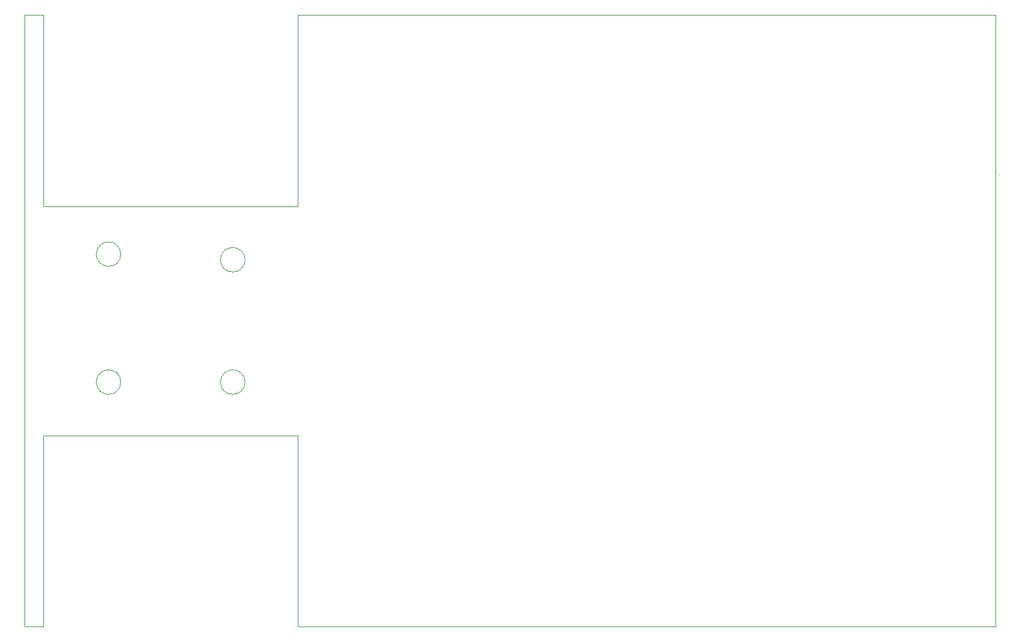
<source format=gbr>
G04 #@! TF.GenerationSoftware,KiCad,Pcbnew,(7.0.0-0)*
G04 #@! TF.CreationDate,2023-03-30T17:03:57+03:00*
G04 #@! TF.ProjectId,RP2040_minimal,52503230-3430-45f6-9d69-6e696d616c2e,REV1*
G04 #@! TF.SameCoordinates,Original*
G04 #@! TF.FileFunction,Profile,NP*
%FSLAX46Y46*%
G04 Gerber Fmt 4.6, Leading zero omitted, Abs format (unit mm)*
G04 Created by KiCad (PCBNEW (7.0.0-0)) date 2023-03-30 17:03:57*
%MOMM*%
%LPD*%
G01*
G04 APERTURE LIST*
G04 #@! TA.AperFunction,Profile*
%ADD10C,0.010000*%
G04 #@! TD*
G04 #@! TA.AperFunction,Profile*
%ADD11C,0.001536*%
G04 #@! TD*
G04 APERTURE END LIST*
D10*
X221240000Y-39590000D02*
X221240000Y-119590000D01*
D11*
X221795000Y-60500226D02*
X221795000Y-60500226D01*
D10*
X123085000Y-87590000D02*
G75*
G03*
X123085000Y-87590000I-1600000J0D01*
G01*
X96740000Y-94590000D02*
X129990000Y-94590000D01*
X221240000Y-56510000D02*
X221240000Y-56510000D01*
X129990000Y-39590000D02*
X221240000Y-39590000D01*
X221240000Y-119590000D02*
X129990000Y-119590000D01*
X129990000Y-94590000D02*
X129990000Y-119590000D01*
X96740000Y-39590000D02*
X96740000Y-64590000D01*
X106845000Y-70856227D02*
G75*
G03*
X106845000Y-70856227I-1600000J0D01*
G01*
X106845000Y-87590000D02*
G75*
G03*
X106845000Y-87590000I-1600000J0D01*
G01*
X129990000Y-64590000D02*
X129990000Y-39590000D01*
X94240000Y-119590000D02*
X94240000Y-39590000D01*
X96740000Y-119590000D02*
X94240000Y-119590000D01*
X96740000Y-119590000D02*
X96740000Y-94590000D01*
X94240000Y-39590000D02*
X96740000Y-39590000D01*
X123085000Y-71590000D02*
G75*
G03*
X123085000Y-71590000I-1600000J0D01*
G01*
X96740000Y-64590000D02*
X129990000Y-64590000D01*
M02*

</source>
